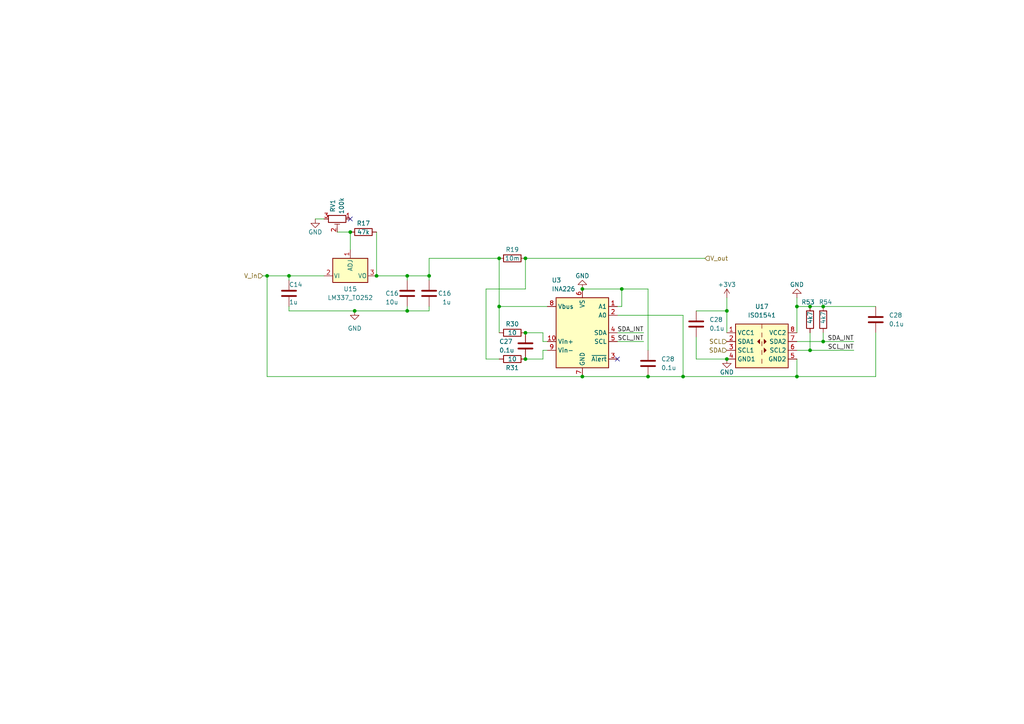
<source format=kicad_sch>
(kicad_sch (version 20230121) (generator eeschema)
  (paper "A4")
  (title_block (title "2D5 experiment board") (date "2023-12-01") (rev "0.1") (company "Apertus"))
  (lib_symbols
    (symbol "Device:C" (pin_numbers hide) (pin_names (offset 0.254))
      (property "Reference" "C" (at 0.635 2.54 0))
      (property "Value" "C" (at 0.635 -2.54 0))
      (symbol "C_0_1"
        (polyline (pts (xy -2.032 -0.762) (xy 2.032 -0.762)) (stroke (width 0.508)))
        (polyline (pts (xy -2.032 0.762) (xy 2.032 0.762)) (stroke (width 0.508)))
      )
      (symbol "C_1_1"
        (pin passive line (at 0 3.81 270) (length 2.794) (name "~") (number "1"))
        (pin passive line (at 0 -3.81 90) (length 2.794) (name "~") (number "2"))
      )
    )
    (symbol "Device:R" (pin_numbers hide) (pin_names (offset 0))
      (property "Reference" "R" (at 2.032 0 90))
      (property "Value" "R" (at 0 0 90))
      (symbol "R_0_1"
        (rectangle (start -1.016 -2.54) (end 1.016 2.54) (stroke (width 0.254)))
      )
      (symbol "R_1_1"
        (pin passive line (at 0 3.81 270) (length 1.27) (name "~") (number "1"))
        (pin passive line (at 0 -3.81 90) (length 1.27) (name "~") (number "2"))
      )
    )
    (symbol "Device:R_Potentiometer_Trim" (pin_names (offset 1.016) hide)
      (property "Reference" "RV" (at -4.445 0 90))
      (property "Value" "R_Potentiometer_Trim" (at -2.54 0 90))
      (symbol "R_Potentiometer_Trim_0_1"
        (polyline (pts (xy 1.524 0.762) (xy 1.524 -0.762)))
        (polyline (pts (xy 2.54 0) (xy 1.524 0)))
        (rectangle (start 1.016 2.54) (end -1.016 -2.54) (stroke (width 0.254)))
      )
      (symbol "R_Potentiometer_Trim_1_1"
        (pin passive line (at 0 3.81 270) (length 1.27) (name "1") (number "1"))
        (pin passive line (at 3.81 0 180) (length 1.27) (name "2") (number "2"))
        (pin passive line (at 0 -3.81 90) (length 1.27) (name "3") (number "3"))
      )
    )
    (symbol "Isolator:ISO1541"
      (property "Reference" "U" (at -6.35 6.35 0))
      (property "Value" "ISO1541" (at 3.81 6.35 0))
      (symbol "ISO1541_0_1"
        (rectangle (start -7.62 5.08) (end 7.62 -7.62) (stroke (width 0.254)) (fill (type background)))
        (rectangle (start 0 -5.08) (end 0 -6.35))
        (polyline (pts (xy 0 -2.54) (xy 0 -3.81)))
        (polyline (pts (xy 0 0) (xy 0 -1.27)))
        (polyline (pts (xy 0 2.54) (xy 0 1.27)))
        (polyline (pts (xy 0 5.08) (xy 0 3.81)))
        (polyline (pts (xy -0.635 0.635) (xy -1.27 0) (xy -0.635 -0.635) (xy -0.635 0.635)) (fill (type outline)))
        (polyline (pts (xy 0.635 -1.905) (xy 1.27 -2.54) (xy 0.635 -3.175) (xy 0.635 -1.905)) (fill (type outline)))
        (polyline (pts (xy 0.635 0.635) (xy 1.27 0) (xy 0.635 -0.635) (xy 0.635 0.635)) (fill (type outline)))
      )
      (symbol "ISO1541_1_1"
        (pin power_in line (at -10.16 2.54 0) (length 2.54) (name "VCC1") (number "1"))
        (pin bidirectional line (at -10.16 0 0) (length 2.54) (name "SDA1") (number "2"))
        (pin input line (at -10.16 -2.54 0) (length 2.54) (name "SCL1") (number "3"))
        (pin power_in line (at -10.16 -5.08 0) (length 2.54) (name "GND1") (number "4"))
        (pin power_in line (at 10.16 -5.08 180) (length 2.54) (name "GND2") (number "5"))
        (pin output line (at 10.16 -2.54 180) (length 2.54) (name "SCL2") (number "6"))
        (pin bidirectional line (at 10.16 0 180) (length 2.54) (name "SDA2") (number "7"))
        (pin power_in line (at 10.16 2.54 180) (length 2.54) (name "VCC2") (number "8"))
      )
    )
    (symbol "Regulator_Linear:LM337_TO252" (pin_names (offset 0.254))
      (property "Reference" "U" (at -3.81 -3.175 0))
      (property "Value" "LM337_TO252" (at 0 -3.175 0))
      (symbol "LM337_TO252_0_1"
        (rectangle (start -5.08 5.08) (end 5.08 -1.905) (stroke (width 0.254)) (fill (type background)))
      )
      (symbol "LM337_TO252_1_1"
        (pin input line (at 0 7.62 270) (length 2.54) (name "ADJ") (number "1"))
        (pin power_in line (at -7.62 0 0) (length 2.54) (name "VI") (number "2"))
        (pin power_out line (at 7.62 0 180) (length 2.54) (name "VO") (number "3"))
      )
    )
    (symbol "Sensor_Energy:INA226"
      (property "Reference" "U" (at -6.35 11.43 0))
      (property "Value" "INA226" (at 3.81 11.43 0))
      (symbol "INA226_0_1"
        (rectangle (start 7.62 10.16) (end -7.62 -10.16) (stroke (width 0.254)) (fill (type background)))
      )
      (symbol "INA226_1_1"
        (pin input line (at 10.16 7.62 180) (length 2.54) (name "A1") (number "1"))
        (pin input line (at -10.16 -2.54 0) (length 2.54) (name "Vin+") (number "10"))
        (pin input line (at 10.16 5.08 180) (length 2.54) (name "A0") (number "2"))
        (pin open_collector line (at 10.16 -7.62 180) (length 2.54) (name "~{Alert}") (number "3"))
        (pin bidirectional line (at 10.16 0 180) (length 2.54) (name "SDA") (number "4"))
        (pin input line (at 10.16 -2.54 180) (length 2.54) (name "SCL") (number "5"))
        (pin power_in line (at 0 12.7 270) (length 2.54) (name "VS") (number "6"))
        (pin power_in line (at 0 -12.7 90) (length 2.54) (name "GND") (number "7"))
        (pin input line (at -10.16 7.62 0) (length 2.54) (name "Vbus") (number "8"))
        (pin input line (at -10.16 -5.08 0) (length 2.54) (name "Vin-") (number "9"))
      )
    )
    (symbol "power:+3V3" (power) (pin_names (offset 0))
      (property "Value" "+3V3" (at 0 3.556 0))
      (symbol "+3V3_0_1"
        (polyline (pts (xy -0.762 1.27) (xy 0 2.54)))
        (polyline (pts (xy 0 0) (xy 0 2.54)))
        (polyline (pts (xy 0 2.54) (xy 0.762 1.27)))
      )
      (symbol "+3V3_1_1"
        (pin power_in line (at 0 0 90) (length 0) hide (name "+3V3") (number "1"))
      )
    )
    (symbol "power:GND" (power) (pin_names (offset 0))
      (property "Value" "GND" (at 0 -3.81 0))
      (symbol "GND_0_1"
        (polyline (pts (xy 0 0) (xy 0 -1.27) (xy 1.27 -1.27) (xy 0 -2.54) (xy -1.27 -1.27) (xy 0 -1.27)))
      )
      (symbol "GND_1_1"
        (pin power_in line (at 0 0 270) (length 0) hide (name "GND") (number "1"))
      )
    )
  )
  (junction (at 238.76 99.06))
  (junction (at 231.14 109.22))
  (junction (at 210.82 90.17))
  (junction (at 152.4 104.14))
  (junction (at 180.34 83.82))
  (junction (at 124.46 80.01))
  (junction (at 152.4 74.93))
  (junction (at 238.76 88.9))
  (junction (at 109.22 80.01))
  (junction (at 118.11 90.17))
  (junction (at 187.96 109.22))
  (junction (at 152.4 96.52))
  (junction (at 210.82 104.14))
  (junction (at 234.95 88.9))
  (junction (at 198.12 109.22))
  (junction (at 83.82 80.01))
  (junction (at 234.95 101.6))
  (junction (at 101.6 67.31))
  (junction (at 168.91 83.82))
  (junction (at 118.11 80.01))
  (junction (at 102.87 90.17))
  (junction (at 144.78 88.9))
  (junction (at 231.14 88.9))
  (junction (at 144.78 74.93))
  (junction (at 168.91 109.22))
  (junction (at 77.47 80.01))
  (no_connect (at 179.07 104.14))
  (no_connect (at 101.6 63.5))
  (wire (pts (xy 91.44 63.5) (xy 93.98 63.5)))
  (wire (pts (xy 157.48 101.6) (xy 157.48 104.14)))
  (wire (pts (xy 124.46 74.93) (xy 124.46 80.01)))
  (wire (pts (xy 180.34 83.82) (xy 168.91 83.82)))
  (wire (pts (xy 140.97 83.82) (xy 152.4 83.82)))
  (wire (pts (xy 83.82 80.01) (xy 93.98 80.01)))
  (wire (pts (xy 179.07 96.52) (xy 186.69 96.52)))
  (wire (pts (xy 140.97 104.14) (xy 140.97 83.82)))
  (wire (pts (xy 179.07 91.44) (xy 198.12 91.44)))
  (wire (pts (xy 109.22 80.01) (xy 118.11 80.01)))
  (wire (pts (xy 210.82 90.17) (xy 210.82 96.52)))
  (wire (pts (xy 231.14 109.22) (xy 231.14 104.14)))
  (wire (pts (xy 234.95 88.9) (xy 238.76 88.9)))
  (wire (pts (xy 144.78 74.93) (xy 144.78 88.9)))
  (wire (pts (xy 157.48 96.52) (xy 152.4 96.52)))
  (wire (pts (xy 179.07 99.06) (xy 186.69 99.06)))
  (wire (pts (xy 118.11 80.01) (xy 118.11 81.28)))
  (wire (pts (xy 102.87 90.17) (xy 118.11 90.17)))
  (wire (pts (xy 231.14 88.9) (xy 231.14 96.52)))
  (wire (pts (xy 83.82 80.01) (xy 83.82 81.28)))
  (wire (pts (xy 152.4 74.93) (xy 204.47 74.93)))
  (wire (pts (xy 77.47 80.01) (xy 77.47 109.22)))
  (wire (pts (xy 168.91 109.22) (xy 187.96 109.22)))
  (wire (pts (xy 187.96 83.82) (xy 180.34 83.82)))
  (wire (pts (xy 118.11 90.17) (xy 124.46 90.17)))
  (wire (pts (xy 157.48 104.14) (xy 152.4 104.14)))
  (wire (pts (xy 198.12 109.22) (xy 231.14 109.22)))
  (wire (pts (xy 109.22 67.31) (xy 109.22 80.01)))
  (wire (pts (xy 187.96 109.22) (xy 198.12 109.22)))
  (wire (pts (xy 144.78 88.9) (xy 144.78 96.52)))
  (wire (pts (xy 238.76 99.06) (xy 247.65 99.06)))
  (wire (pts (xy 238.76 96.52) (xy 238.76 99.06)))
  (wire (pts (xy 157.48 99.06) (xy 157.48 96.52)))
  (wire (pts (xy 238.76 88.9) (xy 254 88.9)))
  (wire (pts (xy 124.46 90.17) (xy 124.46 88.9)))
  (wire (pts (xy 118.11 80.01) (xy 124.46 80.01)))
  (wire (pts (xy 144.78 104.14) (xy 140.97 104.14)))
  (wire (pts (xy 101.6 67.31) (xy 101.6 72.39)))
  (wire (pts (xy 234.95 101.6) (xy 247.65 101.6)))
  (wire (pts (xy 158.75 101.6) (xy 157.48 101.6)))
  (wire (pts (xy 180.34 88.9) (xy 180.34 83.82)))
  (wire (pts (xy 144.78 88.9) (xy 158.75 88.9)))
  (wire (pts (xy 234.95 96.52) (xy 234.95 101.6)))
  (wire (pts (xy 231.14 88.9) (xy 234.95 88.9)))
  (wire (pts (xy 231.14 99.06) (xy 238.76 99.06)))
  (wire (pts (xy 124.46 74.93) (xy 144.78 74.93)))
  (wire (pts (xy 231.14 86.36) (xy 231.14 88.9)))
  (wire (pts (xy 231.14 101.6) (xy 234.95 101.6)))
  (wire (pts (xy 179.07 88.9) (xy 180.34 88.9)))
  (wire (pts (xy 83.82 90.17) (xy 102.87 90.17)))
  (wire (pts (xy 152.4 83.82) (xy 152.4 74.93)))
  (wire (pts (xy 201.93 97.79) (xy 201.93 104.14)))
  (wire (pts (xy 83.82 90.17) (xy 83.82 88.9)))
  (wire (pts (xy 254 109.22) (xy 231.14 109.22)))
  (wire (pts (xy 158.75 99.06) (xy 157.48 99.06)))
  (wire (pts (xy 254 96.52) (xy 254 109.22)))
  (wire (pts (xy 201.93 90.17) (xy 210.82 90.17)))
  (wire (pts (xy 198.12 91.44) (xy 198.12 109.22)))
  (wire (pts (xy 187.96 101.6) (xy 187.96 83.82)))
  (wire (pts (xy 118.11 88.9) (xy 118.11 90.17)))
  (wire (pts (xy 201.93 104.14) (xy 210.82 104.14)))
  (wire (pts (xy 77.47 109.22) (xy 168.91 109.22)))
  (wire (pts (xy 77.47 80.01) (xy 83.82 80.01)))
  (wire (pts (xy 76.2 80.01) (xy 77.47 80.01)))
  (wire (pts (xy 97.79 67.31) (xy 101.6 67.31)))
  (wire (pts (xy 210.82 86.36) (xy 210.82 90.17)))
  (wire (pts (xy 124.46 80.01) (xy 124.46 81.28)))
  (label "SDA_INT" (at 247.65 99.06 180))
  (label "SCL_INT" (at 186.69 99.06 180))
  (label "SDA_INT" (at 186.69 96.52 180))
  (label "SCL_INT" (at 247.65 101.6 180))
  (hierarchical_label "SCL" (shape input) (at 210.82 99.06 180))
  (hierarchical_label "SDA" (shape input) (at 210.82 101.6 180))
  (hierarchical_label "V_out" (shape input) (at 204.47 74.93 0))
  (hierarchical_label "V_in" (shape input) (at 76.2 80.01 180))
  (symbol (lib_id "power:GND") (at 102.87 90.17 0) (unit 1)
    (property "Reference" "#PWR044" (effects hide))
    (property "Value" "GND" (at 102.87 95.25 0))
  )
  (symbol (lib_id "Device:C") (at 187.96 105.41 0) (unit 1)
    (property "Reference" "C28" (at 191.77 104.14 0) (effects (justify left)))
    (property "Value" "0.1u" (at 191.77 106.68 0) (effects (justify left)))
    (property "Footprint" "Capacitor_SMD:C_0603_1608Metric" (effects hide))
    (instances (project "zynq-test-board" (path "" (reference "C28") (unit 1)) (path "" (reference "C51") (unit 1))))
  )
  (symbol (lib_id "Device:C") (at 118.11 85.09 0) (mirror y) (unit 1)
    (property "Reference" "C16" (at 111.76 85.09 0) (effects (justify right)))
    (property "Value" "10u" (at 111.76 87.63 0) (effects (justify right)))
    (property "Footprint" "Capacitor_SMD:C_0805_2012Metric" (effects hide))
    (instances (project "zynq-test-board" (path "" (reference "C16") (unit 1)) (path "" (reference "C26") (unit 1)) (path "" (reference "C48") (unit 1))))
  )
  (symbol (lib_id "power:GND") (at 168.91 83.82 180) (unit 1)
    (property "Reference" "#PWR045" (effects hide))
    (property "Value" "GND" (at 168.91 80.01 0))
  )
  (symbol (lib_id "Device:R") (at 148.59 74.93 90) (unit 1)
    (property "Reference" "R19" (at 148.59 72.39 90))
    (property "Value" "10m" (at 148.59 74.93 90))
    (property "Footprint" "Resistor_SMD:R_0603_1608Metric" (effects hide))
    (instances (project "zynq-test-board" (path "" (reference "R19") (unit 1)) (path "" (reference "R29") (unit 1)) (path "" (reference "R50") (unit 1))))
  )
  (symbol (lib_id "Regulator_Linear:LM337_TO252") (at 101.6 80.01 0) (unit 1)
    (property "Reference" "U15" (at 101.6 83.82 0))
    (property "Value" "LM337_TO252" (at 101.6 86.36 0))
    (property "Footprint" "Package_TO_SOT_SMD:TO-252-2" (effects hide))
    (property "Datasheet" "http://www.farnell.com/datasheets/1636957.pdf" (effects hide))
  )
  (symbol (lib_id "Device:C") (at 254 92.71 0) (unit 1)
    (property "Reference" "C28" (at 257.81 91.44 0) (effects (justify left)))
    (property "Value" "0.1u" (at 257.81 93.98 0) (effects (justify left)))
    (property "Footprint" "Capacitor_SMD:C_0603_1608Metric" (effects hide))
    (instances (project "zynq-test-board" (path "" (reference "C28") (unit 1)) (path "" (reference "C66") (unit 1))))
  )
  (symbol (lib_id "Device:R") (at 238.76 92.71 0) (unit 1)
    (property "Reference" "R54" (at 237.49 87.63 0) (effects (justify left)))
    (property "Value" "4k7" (at 238.76 93.98 90) (effects (justify left)))
    (property "Footprint" "Resistor_SMD:R_0603_1608Metric" (effects hide))
  )
  (symbol (lib_id "Device:C") (at 152.4 100.33 0) (unit 1)
    (property "Reference" "C27" (at 144.78 99.06 0) (effects (justify left)))
    (property "Value" "0.1u" (at 144.78 101.6 0) (effects (justify left)))
    (property "Footprint" "Capacitor_SMD:C_0603_1608Metric" (effects hide))
    (instances (project "zynq-test-board" (path "" (reference "C27") (unit 1)) (path "" (reference "C50") (unit 1))))
  )
  (symbol (lib_id "Device:R") (at 234.95 92.71 0) (unit 1)
    (property "Reference" "R53" (at 232.41 87.63 0) (effects (justify left)))
    (property "Value" "4k7" (at 234.95 93.98 90) (effects (justify left)))
    (property "Footprint" "Resistor_SMD:R_0603_1608Metric" (effects hide))
  )
  (symbol (lib_id "power:GND") (at 210.82 104.14 0) (unit 1)
    (property "Reference" "#PWR047" (effects hide))
    (property "Value" "GND" (at 210.82 107.95 0))
  )
  (symbol (lib_id "Device:C") (at 124.46 85.09 0) (mirror y) (unit 1)
    (property "Reference" "C16" (at 127 85.09 0) (effects (justify right)))
    (property "Value" "1u" (at 128.27 87.63 0) (effects (justify right)))
    (property "Footprint" "Capacitor_SMD:C_0603_1608Metric" (effects hide))
    (instances (project "zynq-test-board" (path "" (reference "C16") (unit 1)) (path "" (reference "C26") (unit 1)) (path "" (reference "C49") (unit 1))))
  )
  (symbol (lib_id "Device:R") (at 148.59 104.14 90) (unit 1)
    (property "Reference" "R31" (at 148.59 106.68 90))
    (property "Value" "10" (at 148.59 104.14 90))
    (property "Footprint" "Resistor_SMD:R_0603_1608Metric" (effects hide))
    (instances (project "zynq-test-board" (path "" (reference "R31") (unit 1)) (path "" (reference "R52") (unit 1))))
  )
  (symbol (lib_id "Device:C") (at 201.93 93.98 0) (unit 1)
    (property "Reference" "C28" (at 205.74 92.71 0) (effects (justify left)))
    (property "Value" "0.1u" (at 205.74 95.25 0) (effects (justify left)))
    (property "Footprint" "Capacitor_SMD:C_0603_1608Metric" (effects hide))
    (instances (project "zynq-test-board" (path "" (reference "C28") (unit 1)) (path "" (reference "C65") (unit 1))))
  )
  (symbol (lib_id "power:+3V3") (at 210.82 86.36 0) (unit 1)
    (property "Reference" "#PWR046" (effects hide))
    (property "Value" "+3V3" (at 210.82 82.55 0))
  )
  (symbol (lib_id "Isolator:ISO1541") (at 220.98 99.06 0) (unit 1)
    (property "Reference" "U17" (at 220.98 88.9 0))
    (property "Value" "ISO1541" (at 220.98 91.44 0))
    (property "Footprint" "Package_SO:SOIC-8_3.9x4.9mm_P1.27mm" (effects hide))
    (property "Datasheet" "http://www.ti.com/lit/ds/symlink/iso1541.pdf" (effects hide))
  )
  (symbol (lib_id "power:GND") (at 231.14 86.36 180) (unit 1)
    (property "Reference" "#PWR048" (effects hide))
    (property "Value" "GND" (at 231.14 82.55 0))
  )
  (symbol (lib_id "Device:R") (at 148.59 96.52 270) (unit 1)
    (property "Reference" "R30" (at 148.59 93.98 90))
    (property "Value" "10" (at 148.59 96.52 90))
    (property "Footprint" "Resistor_SMD:R_0603_1608Metric" (effects hide))
    (instances (project "zynq-test-board" (path "" (reference "R30") (unit 1)) (path "" (reference "R51") (unit 1))))
  )
  (symbol (lib_id "power:GND") (at 91.44 63.5 0) (unit 1)
    (property "Reference" "#PWR043" (effects hide))
    (property "Value" "GND" (at 91.44 67.31 0))
  )
  (symbol (lib_id "Sensor_Energy:INA226") (at 168.91 96.52 0) (unit 1)
    (property "Reference" "U3" (at 160.02 81.28 0) (effects (justify left)))
    (property "Value" "INA226" (at 160.02 83.82 0) (effects (justify left)))
    (property "Footprint" "Package_SO:VSSOP-10_3x3mm_P0.5mm" (effects hide))
    (property "Datasheet" "http://www.ti.com/lit/ds/symlink/ina226.pdf" (effects hide))
    (instances (project "zynq-test-board" (path "" (reference "U3") (unit 1)) (path "" (reference "U8") (unit 1)) (path "" (reference "U16") (unit 1))))
  )
  (symbol (lib_id "Device:C") (at 83.82 85.09 0) (unit 1)
    (property "Reference" "C14" (at 83.82 82.55 0) (effects (justify left)))
    (property "Value" "1u" (at 83.82 87.63 0) (effects (justify left)))
    (property "Footprint" "Capacitor_SMD:C_0603_1608Metric" (effects hide))
    (instances (project "zynq-test-board" (path "" (reference "C14") (unit 1)) (path "" (reference "C24") (unit 1)) (path "" (reference "C47") (unit 1))))
  )
  (symbol (lib_id "Device:R") (at 105.41 67.31 90) (unit 1)
    (property "Reference" "R17" (at 105.41 64.77 90))
    (property "Value" "47k" (at 105.41 67.31 90))
    (property "Footprint" "Resistor_SMD:R_0603_1608Metric" (effects hide))
    (instances (project "zynq-test-board" (path "" (reference "R17") (unit 1)) (path "" (reference "R28") (unit 1)) (path "" (reference "R49") (unit 1))))
  )
  (symbol (lib_id "Device:R_Potentiometer_Trim") (at 97.79 63.5 270) (unit 1)
    (property "Reference" "RV1" (at 96.52 59.69 0))
    (property "Value" "100k" (at 99.06 59.69 0))
    (property "Footprint" "Potentiometer_THT:Potentiometer_Bourns_3296W_Vertical" (effects hide))
    (property "MPN" "C118963" (effects hide))
    (instances (project "zynq-test-board" (path "" (reference "RV1") (unit 1)) (path "" (reference "RV2") (unit 1)) (path "" (reference "RV3") (unit 1)) (path "" (reference "RV4") (unit 1)) (path "" (reference "RV5") (unit 1)) (path "" (reference "RV6") (unit 1)) (path "" (reference "RV7") (unit 1))))
  )
)
</source>
